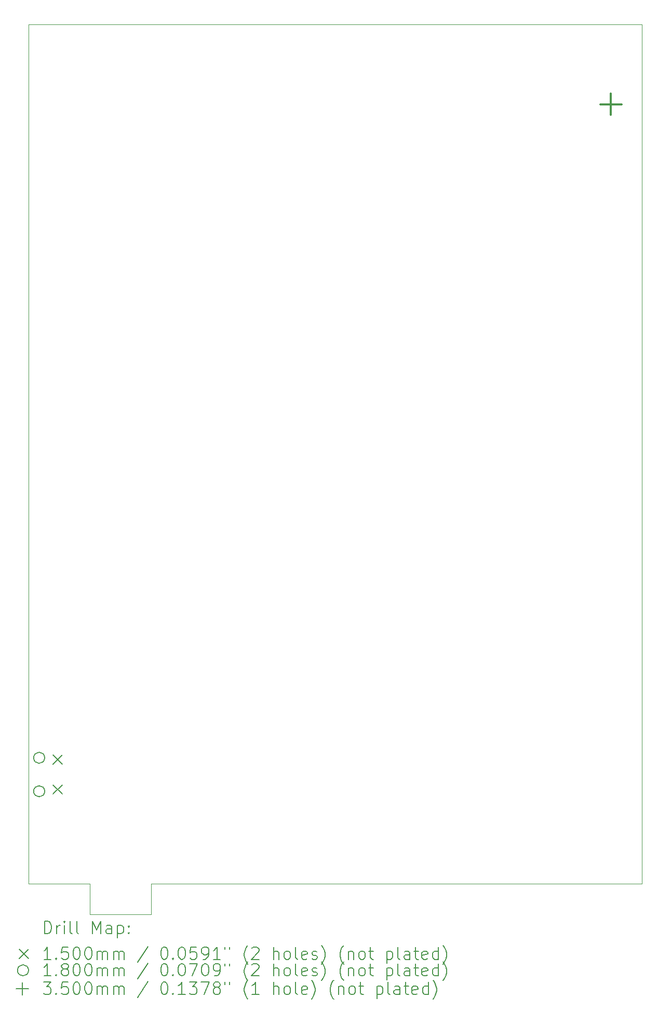
<source format=gbr>
%TF.GenerationSoftware,KiCad,Pcbnew,8.0.4*%
%TF.CreationDate,2024-11-26T20:17:00-06:00*%
%TF.ProjectId,picoMBC,7069636f-4d42-4432-9e6b-696361645f70,rev?*%
%TF.SameCoordinates,Original*%
%TF.FileFunction,Drillmap*%
%TF.FilePolarity,Positive*%
%FSLAX45Y45*%
G04 Gerber Fmt 4.5, Leading zero omitted, Abs format (unit mm)*
G04 Created by KiCad (PCBNEW 8.0.4) date 2024-11-26 20:17:00*
%MOMM*%
%LPD*%
G01*
G04 APERTURE LIST*
%ADD10C,0.050000*%
%ADD11C,0.200000*%
%ADD12C,0.150000*%
%ADD13C,0.180000*%
%ADD14C,0.350000*%
G04 APERTURE END LIST*
D10*
X7240000Y-18280000D02*
X6240000Y-18280000D01*
X5240000Y-3780000D02*
X15240000Y-3780000D01*
X15240000Y-3780000D02*
X15240000Y-17780000D01*
X5240000Y-17780000D02*
X5240000Y-3780000D01*
X15240000Y-17780000D02*
X7240000Y-17780000D01*
X6240000Y-18280000D02*
X6240000Y-17780000D01*
X6240000Y-17780000D02*
X5240000Y-17780000D01*
X7240000Y-17780000D02*
X7240000Y-18280000D01*
D11*
D12*
X5638500Y-15684500D02*
X5788500Y-15834500D01*
X5788500Y-15684500D02*
X5638500Y-15834500D01*
X5638500Y-16169500D02*
X5788500Y-16319500D01*
X5788500Y-16169500D02*
X5638500Y-16319500D01*
D13*
X5500500Y-15729500D02*
G75*
G02*
X5320500Y-15729500I-90000J0D01*
G01*
X5320500Y-15729500D02*
G75*
G02*
X5500500Y-15729500I90000J0D01*
G01*
X5500500Y-16274500D02*
G75*
G02*
X5320500Y-16274500I-90000J0D01*
G01*
X5320500Y-16274500D02*
G75*
G02*
X5500500Y-16274500I90000J0D01*
G01*
D14*
X14732000Y-4905000D02*
X14732000Y-5255000D01*
X14557000Y-5080000D02*
X14907000Y-5080000D01*
D11*
X5498277Y-18593984D02*
X5498277Y-18393984D01*
X5498277Y-18393984D02*
X5545896Y-18393984D01*
X5545896Y-18393984D02*
X5574467Y-18403508D01*
X5574467Y-18403508D02*
X5593515Y-18422555D01*
X5593515Y-18422555D02*
X5603039Y-18441603D01*
X5603039Y-18441603D02*
X5612562Y-18479698D01*
X5612562Y-18479698D02*
X5612562Y-18508270D01*
X5612562Y-18508270D02*
X5603039Y-18546365D01*
X5603039Y-18546365D02*
X5593515Y-18565412D01*
X5593515Y-18565412D02*
X5574467Y-18584460D01*
X5574467Y-18584460D02*
X5545896Y-18593984D01*
X5545896Y-18593984D02*
X5498277Y-18593984D01*
X5698277Y-18593984D02*
X5698277Y-18460650D01*
X5698277Y-18498746D02*
X5707801Y-18479698D01*
X5707801Y-18479698D02*
X5717324Y-18470174D01*
X5717324Y-18470174D02*
X5736372Y-18460650D01*
X5736372Y-18460650D02*
X5755420Y-18460650D01*
X5822086Y-18593984D02*
X5822086Y-18460650D01*
X5822086Y-18393984D02*
X5812562Y-18403508D01*
X5812562Y-18403508D02*
X5822086Y-18413031D01*
X5822086Y-18413031D02*
X5831610Y-18403508D01*
X5831610Y-18403508D02*
X5822086Y-18393984D01*
X5822086Y-18393984D02*
X5822086Y-18413031D01*
X5945896Y-18593984D02*
X5926848Y-18584460D01*
X5926848Y-18584460D02*
X5917324Y-18565412D01*
X5917324Y-18565412D02*
X5917324Y-18393984D01*
X6050658Y-18593984D02*
X6031610Y-18584460D01*
X6031610Y-18584460D02*
X6022086Y-18565412D01*
X6022086Y-18565412D02*
X6022086Y-18393984D01*
X6279229Y-18593984D02*
X6279229Y-18393984D01*
X6279229Y-18393984D02*
X6345896Y-18536841D01*
X6345896Y-18536841D02*
X6412562Y-18393984D01*
X6412562Y-18393984D02*
X6412562Y-18593984D01*
X6593515Y-18593984D02*
X6593515Y-18489222D01*
X6593515Y-18489222D02*
X6583991Y-18470174D01*
X6583991Y-18470174D02*
X6564943Y-18460650D01*
X6564943Y-18460650D02*
X6526848Y-18460650D01*
X6526848Y-18460650D02*
X6507801Y-18470174D01*
X6593515Y-18584460D02*
X6574467Y-18593984D01*
X6574467Y-18593984D02*
X6526848Y-18593984D01*
X6526848Y-18593984D02*
X6507801Y-18584460D01*
X6507801Y-18584460D02*
X6498277Y-18565412D01*
X6498277Y-18565412D02*
X6498277Y-18546365D01*
X6498277Y-18546365D02*
X6507801Y-18527317D01*
X6507801Y-18527317D02*
X6526848Y-18517793D01*
X6526848Y-18517793D02*
X6574467Y-18517793D01*
X6574467Y-18517793D02*
X6593515Y-18508270D01*
X6688753Y-18460650D02*
X6688753Y-18660650D01*
X6688753Y-18470174D02*
X6707801Y-18460650D01*
X6707801Y-18460650D02*
X6745896Y-18460650D01*
X6745896Y-18460650D02*
X6764943Y-18470174D01*
X6764943Y-18470174D02*
X6774467Y-18479698D01*
X6774467Y-18479698D02*
X6783991Y-18498746D01*
X6783991Y-18498746D02*
X6783991Y-18555889D01*
X6783991Y-18555889D02*
X6774467Y-18574936D01*
X6774467Y-18574936D02*
X6764943Y-18584460D01*
X6764943Y-18584460D02*
X6745896Y-18593984D01*
X6745896Y-18593984D02*
X6707801Y-18593984D01*
X6707801Y-18593984D02*
X6688753Y-18584460D01*
X6869705Y-18574936D02*
X6879229Y-18584460D01*
X6879229Y-18584460D02*
X6869705Y-18593984D01*
X6869705Y-18593984D02*
X6860182Y-18584460D01*
X6860182Y-18584460D02*
X6869705Y-18574936D01*
X6869705Y-18574936D02*
X6869705Y-18593984D01*
X6869705Y-18470174D02*
X6879229Y-18479698D01*
X6879229Y-18479698D02*
X6869705Y-18489222D01*
X6869705Y-18489222D02*
X6860182Y-18479698D01*
X6860182Y-18479698D02*
X6869705Y-18470174D01*
X6869705Y-18470174D02*
X6869705Y-18489222D01*
D12*
X5087500Y-18847500D02*
X5237500Y-18997500D01*
X5237500Y-18847500D02*
X5087500Y-18997500D01*
D11*
X5603039Y-19013984D02*
X5488753Y-19013984D01*
X5545896Y-19013984D02*
X5545896Y-18813984D01*
X5545896Y-18813984D02*
X5526848Y-18842555D01*
X5526848Y-18842555D02*
X5507801Y-18861603D01*
X5507801Y-18861603D02*
X5488753Y-18871127D01*
X5688753Y-18994936D02*
X5698277Y-19004460D01*
X5698277Y-19004460D02*
X5688753Y-19013984D01*
X5688753Y-19013984D02*
X5679229Y-19004460D01*
X5679229Y-19004460D02*
X5688753Y-18994936D01*
X5688753Y-18994936D02*
X5688753Y-19013984D01*
X5879229Y-18813984D02*
X5783991Y-18813984D01*
X5783991Y-18813984D02*
X5774467Y-18909222D01*
X5774467Y-18909222D02*
X5783991Y-18899698D01*
X5783991Y-18899698D02*
X5803039Y-18890174D01*
X5803039Y-18890174D02*
X5850658Y-18890174D01*
X5850658Y-18890174D02*
X5869705Y-18899698D01*
X5869705Y-18899698D02*
X5879229Y-18909222D01*
X5879229Y-18909222D02*
X5888753Y-18928270D01*
X5888753Y-18928270D02*
X5888753Y-18975889D01*
X5888753Y-18975889D02*
X5879229Y-18994936D01*
X5879229Y-18994936D02*
X5869705Y-19004460D01*
X5869705Y-19004460D02*
X5850658Y-19013984D01*
X5850658Y-19013984D02*
X5803039Y-19013984D01*
X5803039Y-19013984D02*
X5783991Y-19004460D01*
X5783991Y-19004460D02*
X5774467Y-18994936D01*
X6012562Y-18813984D02*
X6031610Y-18813984D01*
X6031610Y-18813984D02*
X6050658Y-18823508D01*
X6050658Y-18823508D02*
X6060182Y-18833031D01*
X6060182Y-18833031D02*
X6069705Y-18852079D01*
X6069705Y-18852079D02*
X6079229Y-18890174D01*
X6079229Y-18890174D02*
X6079229Y-18937793D01*
X6079229Y-18937793D02*
X6069705Y-18975889D01*
X6069705Y-18975889D02*
X6060182Y-18994936D01*
X6060182Y-18994936D02*
X6050658Y-19004460D01*
X6050658Y-19004460D02*
X6031610Y-19013984D01*
X6031610Y-19013984D02*
X6012562Y-19013984D01*
X6012562Y-19013984D02*
X5993515Y-19004460D01*
X5993515Y-19004460D02*
X5983991Y-18994936D01*
X5983991Y-18994936D02*
X5974467Y-18975889D01*
X5974467Y-18975889D02*
X5964943Y-18937793D01*
X5964943Y-18937793D02*
X5964943Y-18890174D01*
X5964943Y-18890174D02*
X5974467Y-18852079D01*
X5974467Y-18852079D02*
X5983991Y-18833031D01*
X5983991Y-18833031D02*
X5993515Y-18823508D01*
X5993515Y-18823508D02*
X6012562Y-18813984D01*
X6203039Y-18813984D02*
X6222086Y-18813984D01*
X6222086Y-18813984D02*
X6241134Y-18823508D01*
X6241134Y-18823508D02*
X6250658Y-18833031D01*
X6250658Y-18833031D02*
X6260182Y-18852079D01*
X6260182Y-18852079D02*
X6269705Y-18890174D01*
X6269705Y-18890174D02*
X6269705Y-18937793D01*
X6269705Y-18937793D02*
X6260182Y-18975889D01*
X6260182Y-18975889D02*
X6250658Y-18994936D01*
X6250658Y-18994936D02*
X6241134Y-19004460D01*
X6241134Y-19004460D02*
X6222086Y-19013984D01*
X6222086Y-19013984D02*
X6203039Y-19013984D01*
X6203039Y-19013984D02*
X6183991Y-19004460D01*
X6183991Y-19004460D02*
X6174467Y-18994936D01*
X6174467Y-18994936D02*
X6164943Y-18975889D01*
X6164943Y-18975889D02*
X6155420Y-18937793D01*
X6155420Y-18937793D02*
X6155420Y-18890174D01*
X6155420Y-18890174D02*
X6164943Y-18852079D01*
X6164943Y-18852079D02*
X6174467Y-18833031D01*
X6174467Y-18833031D02*
X6183991Y-18823508D01*
X6183991Y-18823508D02*
X6203039Y-18813984D01*
X6355420Y-19013984D02*
X6355420Y-18880650D01*
X6355420Y-18899698D02*
X6364943Y-18890174D01*
X6364943Y-18890174D02*
X6383991Y-18880650D01*
X6383991Y-18880650D02*
X6412563Y-18880650D01*
X6412563Y-18880650D02*
X6431610Y-18890174D01*
X6431610Y-18890174D02*
X6441134Y-18909222D01*
X6441134Y-18909222D02*
X6441134Y-19013984D01*
X6441134Y-18909222D02*
X6450658Y-18890174D01*
X6450658Y-18890174D02*
X6469705Y-18880650D01*
X6469705Y-18880650D02*
X6498277Y-18880650D01*
X6498277Y-18880650D02*
X6517324Y-18890174D01*
X6517324Y-18890174D02*
X6526848Y-18909222D01*
X6526848Y-18909222D02*
X6526848Y-19013984D01*
X6622086Y-19013984D02*
X6622086Y-18880650D01*
X6622086Y-18899698D02*
X6631610Y-18890174D01*
X6631610Y-18890174D02*
X6650658Y-18880650D01*
X6650658Y-18880650D02*
X6679229Y-18880650D01*
X6679229Y-18880650D02*
X6698277Y-18890174D01*
X6698277Y-18890174D02*
X6707801Y-18909222D01*
X6707801Y-18909222D02*
X6707801Y-19013984D01*
X6707801Y-18909222D02*
X6717324Y-18890174D01*
X6717324Y-18890174D02*
X6736372Y-18880650D01*
X6736372Y-18880650D02*
X6764943Y-18880650D01*
X6764943Y-18880650D02*
X6783991Y-18890174D01*
X6783991Y-18890174D02*
X6793515Y-18909222D01*
X6793515Y-18909222D02*
X6793515Y-19013984D01*
X7183991Y-18804460D02*
X7012563Y-19061603D01*
X7441134Y-18813984D02*
X7460182Y-18813984D01*
X7460182Y-18813984D02*
X7479229Y-18823508D01*
X7479229Y-18823508D02*
X7488753Y-18833031D01*
X7488753Y-18833031D02*
X7498277Y-18852079D01*
X7498277Y-18852079D02*
X7507801Y-18890174D01*
X7507801Y-18890174D02*
X7507801Y-18937793D01*
X7507801Y-18937793D02*
X7498277Y-18975889D01*
X7498277Y-18975889D02*
X7488753Y-18994936D01*
X7488753Y-18994936D02*
X7479229Y-19004460D01*
X7479229Y-19004460D02*
X7460182Y-19013984D01*
X7460182Y-19013984D02*
X7441134Y-19013984D01*
X7441134Y-19013984D02*
X7422086Y-19004460D01*
X7422086Y-19004460D02*
X7412563Y-18994936D01*
X7412563Y-18994936D02*
X7403039Y-18975889D01*
X7403039Y-18975889D02*
X7393515Y-18937793D01*
X7393515Y-18937793D02*
X7393515Y-18890174D01*
X7393515Y-18890174D02*
X7403039Y-18852079D01*
X7403039Y-18852079D02*
X7412563Y-18833031D01*
X7412563Y-18833031D02*
X7422086Y-18823508D01*
X7422086Y-18823508D02*
X7441134Y-18813984D01*
X7593515Y-18994936D02*
X7603039Y-19004460D01*
X7603039Y-19004460D02*
X7593515Y-19013984D01*
X7593515Y-19013984D02*
X7583991Y-19004460D01*
X7583991Y-19004460D02*
X7593515Y-18994936D01*
X7593515Y-18994936D02*
X7593515Y-19013984D01*
X7726848Y-18813984D02*
X7745896Y-18813984D01*
X7745896Y-18813984D02*
X7764944Y-18823508D01*
X7764944Y-18823508D02*
X7774467Y-18833031D01*
X7774467Y-18833031D02*
X7783991Y-18852079D01*
X7783991Y-18852079D02*
X7793515Y-18890174D01*
X7793515Y-18890174D02*
X7793515Y-18937793D01*
X7793515Y-18937793D02*
X7783991Y-18975889D01*
X7783991Y-18975889D02*
X7774467Y-18994936D01*
X7774467Y-18994936D02*
X7764944Y-19004460D01*
X7764944Y-19004460D02*
X7745896Y-19013984D01*
X7745896Y-19013984D02*
X7726848Y-19013984D01*
X7726848Y-19013984D02*
X7707801Y-19004460D01*
X7707801Y-19004460D02*
X7698277Y-18994936D01*
X7698277Y-18994936D02*
X7688753Y-18975889D01*
X7688753Y-18975889D02*
X7679229Y-18937793D01*
X7679229Y-18937793D02*
X7679229Y-18890174D01*
X7679229Y-18890174D02*
X7688753Y-18852079D01*
X7688753Y-18852079D02*
X7698277Y-18833031D01*
X7698277Y-18833031D02*
X7707801Y-18823508D01*
X7707801Y-18823508D02*
X7726848Y-18813984D01*
X7974467Y-18813984D02*
X7879229Y-18813984D01*
X7879229Y-18813984D02*
X7869706Y-18909222D01*
X7869706Y-18909222D02*
X7879229Y-18899698D01*
X7879229Y-18899698D02*
X7898277Y-18890174D01*
X7898277Y-18890174D02*
X7945896Y-18890174D01*
X7945896Y-18890174D02*
X7964944Y-18899698D01*
X7964944Y-18899698D02*
X7974467Y-18909222D01*
X7974467Y-18909222D02*
X7983991Y-18928270D01*
X7983991Y-18928270D02*
X7983991Y-18975889D01*
X7983991Y-18975889D02*
X7974467Y-18994936D01*
X7974467Y-18994936D02*
X7964944Y-19004460D01*
X7964944Y-19004460D02*
X7945896Y-19013984D01*
X7945896Y-19013984D02*
X7898277Y-19013984D01*
X7898277Y-19013984D02*
X7879229Y-19004460D01*
X7879229Y-19004460D02*
X7869706Y-18994936D01*
X8079229Y-19013984D02*
X8117325Y-19013984D01*
X8117325Y-19013984D02*
X8136372Y-19004460D01*
X8136372Y-19004460D02*
X8145896Y-18994936D01*
X8145896Y-18994936D02*
X8164944Y-18966365D01*
X8164944Y-18966365D02*
X8174467Y-18928270D01*
X8174467Y-18928270D02*
X8174467Y-18852079D01*
X8174467Y-18852079D02*
X8164944Y-18833031D01*
X8164944Y-18833031D02*
X8155420Y-18823508D01*
X8155420Y-18823508D02*
X8136372Y-18813984D01*
X8136372Y-18813984D02*
X8098277Y-18813984D01*
X8098277Y-18813984D02*
X8079229Y-18823508D01*
X8079229Y-18823508D02*
X8069706Y-18833031D01*
X8069706Y-18833031D02*
X8060182Y-18852079D01*
X8060182Y-18852079D02*
X8060182Y-18899698D01*
X8060182Y-18899698D02*
X8069706Y-18918746D01*
X8069706Y-18918746D02*
X8079229Y-18928270D01*
X8079229Y-18928270D02*
X8098277Y-18937793D01*
X8098277Y-18937793D02*
X8136372Y-18937793D01*
X8136372Y-18937793D02*
X8155420Y-18928270D01*
X8155420Y-18928270D02*
X8164944Y-18918746D01*
X8164944Y-18918746D02*
X8174467Y-18899698D01*
X8364944Y-19013984D02*
X8250658Y-19013984D01*
X8307801Y-19013984D02*
X8307801Y-18813984D01*
X8307801Y-18813984D02*
X8288753Y-18842555D01*
X8288753Y-18842555D02*
X8269706Y-18861603D01*
X8269706Y-18861603D02*
X8250658Y-18871127D01*
X8441134Y-18813984D02*
X8441134Y-18852079D01*
X8517325Y-18813984D02*
X8517325Y-18852079D01*
X8812563Y-19090174D02*
X8803039Y-19080650D01*
X8803039Y-19080650D02*
X8783991Y-19052079D01*
X8783991Y-19052079D02*
X8774468Y-19033031D01*
X8774468Y-19033031D02*
X8764944Y-19004460D01*
X8764944Y-19004460D02*
X8755420Y-18956841D01*
X8755420Y-18956841D02*
X8755420Y-18918746D01*
X8755420Y-18918746D02*
X8764944Y-18871127D01*
X8764944Y-18871127D02*
X8774468Y-18842555D01*
X8774468Y-18842555D02*
X8783991Y-18823508D01*
X8783991Y-18823508D02*
X8803039Y-18794936D01*
X8803039Y-18794936D02*
X8812563Y-18785412D01*
X8879230Y-18833031D02*
X8888753Y-18823508D01*
X8888753Y-18823508D02*
X8907801Y-18813984D01*
X8907801Y-18813984D02*
X8955420Y-18813984D01*
X8955420Y-18813984D02*
X8974468Y-18823508D01*
X8974468Y-18823508D02*
X8983991Y-18833031D01*
X8983991Y-18833031D02*
X8993515Y-18852079D01*
X8993515Y-18852079D02*
X8993515Y-18871127D01*
X8993515Y-18871127D02*
X8983991Y-18899698D01*
X8983991Y-18899698D02*
X8869706Y-19013984D01*
X8869706Y-19013984D02*
X8993515Y-19013984D01*
X9231611Y-19013984D02*
X9231611Y-18813984D01*
X9317325Y-19013984D02*
X9317325Y-18909222D01*
X9317325Y-18909222D02*
X9307801Y-18890174D01*
X9307801Y-18890174D02*
X9288753Y-18880650D01*
X9288753Y-18880650D02*
X9260182Y-18880650D01*
X9260182Y-18880650D02*
X9241134Y-18890174D01*
X9241134Y-18890174D02*
X9231611Y-18899698D01*
X9441134Y-19013984D02*
X9422087Y-19004460D01*
X9422087Y-19004460D02*
X9412563Y-18994936D01*
X9412563Y-18994936D02*
X9403039Y-18975889D01*
X9403039Y-18975889D02*
X9403039Y-18918746D01*
X9403039Y-18918746D02*
X9412563Y-18899698D01*
X9412563Y-18899698D02*
X9422087Y-18890174D01*
X9422087Y-18890174D02*
X9441134Y-18880650D01*
X9441134Y-18880650D02*
X9469706Y-18880650D01*
X9469706Y-18880650D02*
X9488753Y-18890174D01*
X9488753Y-18890174D02*
X9498277Y-18899698D01*
X9498277Y-18899698D02*
X9507801Y-18918746D01*
X9507801Y-18918746D02*
X9507801Y-18975889D01*
X9507801Y-18975889D02*
X9498277Y-18994936D01*
X9498277Y-18994936D02*
X9488753Y-19004460D01*
X9488753Y-19004460D02*
X9469706Y-19013984D01*
X9469706Y-19013984D02*
X9441134Y-19013984D01*
X9622087Y-19013984D02*
X9603039Y-19004460D01*
X9603039Y-19004460D02*
X9593515Y-18985412D01*
X9593515Y-18985412D02*
X9593515Y-18813984D01*
X9774468Y-19004460D02*
X9755420Y-19013984D01*
X9755420Y-19013984D02*
X9717325Y-19013984D01*
X9717325Y-19013984D02*
X9698277Y-19004460D01*
X9698277Y-19004460D02*
X9688753Y-18985412D01*
X9688753Y-18985412D02*
X9688753Y-18909222D01*
X9688753Y-18909222D02*
X9698277Y-18890174D01*
X9698277Y-18890174D02*
X9717325Y-18880650D01*
X9717325Y-18880650D02*
X9755420Y-18880650D01*
X9755420Y-18880650D02*
X9774468Y-18890174D01*
X9774468Y-18890174D02*
X9783992Y-18909222D01*
X9783992Y-18909222D02*
X9783992Y-18928270D01*
X9783992Y-18928270D02*
X9688753Y-18947317D01*
X9860182Y-19004460D02*
X9879230Y-19013984D01*
X9879230Y-19013984D02*
X9917325Y-19013984D01*
X9917325Y-19013984D02*
X9936373Y-19004460D01*
X9936373Y-19004460D02*
X9945896Y-18985412D01*
X9945896Y-18985412D02*
X9945896Y-18975889D01*
X9945896Y-18975889D02*
X9936373Y-18956841D01*
X9936373Y-18956841D02*
X9917325Y-18947317D01*
X9917325Y-18947317D02*
X9888753Y-18947317D01*
X9888753Y-18947317D02*
X9869706Y-18937793D01*
X9869706Y-18937793D02*
X9860182Y-18918746D01*
X9860182Y-18918746D02*
X9860182Y-18909222D01*
X9860182Y-18909222D02*
X9869706Y-18890174D01*
X9869706Y-18890174D02*
X9888753Y-18880650D01*
X9888753Y-18880650D02*
X9917325Y-18880650D01*
X9917325Y-18880650D02*
X9936373Y-18890174D01*
X10012563Y-19090174D02*
X10022087Y-19080650D01*
X10022087Y-19080650D02*
X10041134Y-19052079D01*
X10041134Y-19052079D02*
X10050658Y-19033031D01*
X10050658Y-19033031D02*
X10060182Y-19004460D01*
X10060182Y-19004460D02*
X10069706Y-18956841D01*
X10069706Y-18956841D02*
X10069706Y-18918746D01*
X10069706Y-18918746D02*
X10060182Y-18871127D01*
X10060182Y-18871127D02*
X10050658Y-18842555D01*
X10050658Y-18842555D02*
X10041134Y-18823508D01*
X10041134Y-18823508D02*
X10022087Y-18794936D01*
X10022087Y-18794936D02*
X10012563Y-18785412D01*
X10374468Y-19090174D02*
X10364944Y-19080650D01*
X10364944Y-19080650D02*
X10345896Y-19052079D01*
X10345896Y-19052079D02*
X10336373Y-19033031D01*
X10336373Y-19033031D02*
X10326849Y-19004460D01*
X10326849Y-19004460D02*
X10317325Y-18956841D01*
X10317325Y-18956841D02*
X10317325Y-18918746D01*
X10317325Y-18918746D02*
X10326849Y-18871127D01*
X10326849Y-18871127D02*
X10336373Y-18842555D01*
X10336373Y-18842555D02*
X10345896Y-18823508D01*
X10345896Y-18823508D02*
X10364944Y-18794936D01*
X10364944Y-18794936D02*
X10374468Y-18785412D01*
X10450658Y-18880650D02*
X10450658Y-19013984D01*
X10450658Y-18899698D02*
X10460182Y-18890174D01*
X10460182Y-18890174D02*
X10479230Y-18880650D01*
X10479230Y-18880650D02*
X10507801Y-18880650D01*
X10507801Y-18880650D02*
X10526849Y-18890174D01*
X10526849Y-18890174D02*
X10536373Y-18909222D01*
X10536373Y-18909222D02*
X10536373Y-19013984D01*
X10660182Y-19013984D02*
X10641134Y-19004460D01*
X10641134Y-19004460D02*
X10631611Y-18994936D01*
X10631611Y-18994936D02*
X10622087Y-18975889D01*
X10622087Y-18975889D02*
X10622087Y-18918746D01*
X10622087Y-18918746D02*
X10631611Y-18899698D01*
X10631611Y-18899698D02*
X10641134Y-18890174D01*
X10641134Y-18890174D02*
X10660182Y-18880650D01*
X10660182Y-18880650D02*
X10688754Y-18880650D01*
X10688754Y-18880650D02*
X10707801Y-18890174D01*
X10707801Y-18890174D02*
X10717325Y-18899698D01*
X10717325Y-18899698D02*
X10726849Y-18918746D01*
X10726849Y-18918746D02*
X10726849Y-18975889D01*
X10726849Y-18975889D02*
X10717325Y-18994936D01*
X10717325Y-18994936D02*
X10707801Y-19004460D01*
X10707801Y-19004460D02*
X10688754Y-19013984D01*
X10688754Y-19013984D02*
X10660182Y-19013984D01*
X10783992Y-18880650D02*
X10860182Y-18880650D01*
X10812563Y-18813984D02*
X10812563Y-18985412D01*
X10812563Y-18985412D02*
X10822087Y-19004460D01*
X10822087Y-19004460D02*
X10841134Y-19013984D01*
X10841134Y-19013984D02*
X10860182Y-19013984D01*
X11079230Y-18880650D02*
X11079230Y-19080650D01*
X11079230Y-18890174D02*
X11098277Y-18880650D01*
X11098277Y-18880650D02*
X11136373Y-18880650D01*
X11136373Y-18880650D02*
X11155420Y-18890174D01*
X11155420Y-18890174D02*
X11164944Y-18899698D01*
X11164944Y-18899698D02*
X11174468Y-18918746D01*
X11174468Y-18918746D02*
X11174468Y-18975889D01*
X11174468Y-18975889D02*
X11164944Y-18994936D01*
X11164944Y-18994936D02*
X11155420Y-19004460D01*
X11155420Y-19004460D02*
X11136373Y-19013984D01*
X11136373Y-19013984D02*
X11098277Y-19013984D01*
X11098277Y-19013984D02*
X11079230Y-19004460D01*
X11288753Y-19013984D02*
X11269706Y-19004460D01*
X11269706Y-19004460D02*
X11260182Y-18985412D01*
X11260182Y-18985412D02*
X11260182Y-18813984D01*
X11450658Y-19013984D02*
X11450658Y-18909222D01*
X11450658Y-18909222D02*
X11441134Y-18890174D01*
X11441134Y-18890174D02*
X11422087Y-18880650D01*
X11422087Y-18880650D02*
X11383992Y-18880650D01*
X11383992Y-18880650D02*
X11364944Y-18890174D01*
X11450658Y-19004460D02*
X11431611Y-19013984D01*
X11431611Y-19013984D02*
X11383992Y-19013984D01*
X11383992Y-19013984D02*
X11364944Y-19004460D01*
X11364944Y-19004460D02*
X11355420Y-18985412D01*
X11355420Y-18985412D02*
X11355420Y-18966365D01*
X11355420Y-18966365D02*
X11364944Y-18947317D01*
X11364944Y-18947317D02*
X11383992Y-18937793D01*
X11383992Y-18937793D02*
X11431611Y-18937793D01*
X11431611Y-18937793D02*
X11450658Y-18928270D01*
X11517325Y-18880650D02*
X11593515Y-18880650D01*
X11545896Y-18813984D02*
X11545896Y-18985412D01*
X11545896Y-18985412D02*
X11555420Y-19004460D01*
X11555420Y-19004460D02*
X11574468Y-19013984D01*
X11574468Y-19013984D02*
X11593515Y-19013984D01*
X11736373Y-19004460D02*
X11717325Y-19013984D01*
X11717325Y-19013984D02*
X11679230Y-19013984D01*
X11679230Y-19013984D02*
X11660182Y-19004460D01*
X11660182Y-19004460D02*
X11650658Y-18985412D01*
X11650658Y-18985412D02*
X11650658Y-18909222D01*
X11650658Y-18909222D02*
X11660182Y-18890174D01*
X11660182Y-18890174D02*
X11679230Y-18880650D01*
X11679230Y-18880650D02*
X11717325Y-18880650D01*
X11717325Y-18880650D02*
X11736373Y-18890174D01*
X11736373Y-18890174D02*
X11745896Y-18909222D01*
X11745896Y-18909222D02*
X11745896Y-18928270D01*
X11745896Y-18928270D02*
X11650658Y-18947317D01*
X11917325Y-19013984D02*
X11917325Y-18813984D01*
X11917325Y-19004460D02*
X11898277Y-19013984D01*
X11898277Y-19013984D02*
X11860182Y-19013984D01*
X11860182Y-19013984D02*
X11841134Y-19004460D01*
X11841134Y-19004460D02*
X11831611Y-18994936D01*
X11831611Y-18994936D02*
X11822087Y-18975889D01*
X11822087Y-18975889D02*
X11822087Y-18918746D01*
X11822087Y-18918746D02*
X11831611Y-18899698D01*
X11831611Y-18899698D02*
X11841134Y-18890174D01*
X11841134Y-18890174D02*
X11860182Y-18880650D01*
X11860182Y-18880650D02*
X11898277Y-18880650D01*
X11898277Y-18880650D02*
X11917325Y-18890174D01*
X11993515Y-19090174D02*
X12003039Y-19080650D01*
X12003039Y-19080650D02*
X12022087Y-19052079D01*
X12022087Y-19052079D02*
X12031611Y-19033031D01*
X12031611Y-19033031D02*
X12041134Y-19004460D01*
X12041134Y-19004460D02*
X12050658Y-18956841D01*
X12050658Y-18956841D02*
X12050658Y-18918746D01*
X12050658Y-18918746D02*
X12041134Y-18871127D01*
X12041134Y-18871127D02*
X12031611Y-18842555D01*
X12031611Y-18842555D02*
X12022087Y-18823508D01*
X12022087Y-18823508D02*
X12003039Y-18794936D01*
X12003039Y-18794936D02*
X11993515Y-18785412D01*
D13*
X5237500Y-19192500D02*
G75*
G02*
X5057500Y-19192500I-90000J0D01*
G01*
X5057500Y-19192500D02*
G75*
G02*
X5237500Y-19192500I90000J0D01*
G01*
D11*
X5603039Y-19283984D02*
X5488753Y-19283984D01*
X5545896Y-19283984D02*
X5545896Y-19083984D01*
X5545896Y-19083984D02*
X5526848Y-19112555D01*
X5526848Y-19112555D02*
X5507801Y-19131603D01*
X5507801Y-19131603D02*
X5488753Y-19141127D01*
X5688753Y-19264936D02*
X5698277Y-19274460D01*
X5698277Y-19274460D02*
X5688753Y-19283984D01*
X5688753Y-19283984D02*
X5679229Y-19274460D01*
X5679229Y-19274460D02*
X5688753Y-19264936D01*
X5688753Y-19264936D02*
X5688753Y-19283984D01*
X5812562Y-19169698D02*
X5793515Y-19160174D01*
X5793515Y-19160174D02*
X5783991Y-19150650D01*
X5783991Y-19150650D02*
X5774467Y-19131603D01*
X5774467Y-19131603D02*
X5774467Y-19122079D01*
X5774467Y-19122079D02*
X5783991Y-19103031D01*
X5783991Y-19103031D02*
X5793515Y-19093508D01*
X5793515Y-19093508D02*
X5812562Y-19083984D01*
X5812562Y-19083984D02*
X5850658Y-19083984D01*
X5850658Y-19083984D02*
X5869705Y-19093508D01*
X5869705Y-19093508D02*
X5879229Y-19103031D01*
X5879229Y-19103031D02*
X5888753Y-19122079D01*
X5888753Y-19122079D02*
X5888753Y-19131603D01*
X5888753Y-19131603D02*
X5879229Y-19150650D01*
X5879229Y-19150650D02*
X5869705Y-19160174D01*
X5869705Y-19160174D02*
X5850658Y-19169698D01*
X5850658Y-19169698D02*
X5812562Y-19169698D01*
X5812562Y-19169698D02*
X5793515Y-19179222D01*
X5793515Y-19179222D02*
X5783991Y-19188746D01*
X5783991Y-19188746D02*
X5774467Y-19207793D01*
X5774467Y-19207793D02*
X5774467Y-19245889D01*
X5774467Y-19245889D02*
X5783991Y-19264936D01*
X5783991Y-19264936D02*
X5793515Y-19274460D01*
X5793515Y-19274460D02*
X5812562Y-19283984D01*
X5812562Y-19283984D02*
X5850658Y-19283984D01*
X5850658Y-19283984D02*
X5869705Y-19274460D01*
X5869705Y-19274460D02*
X5879229Y-19264936D01*
X5879229Y-19264936D02*
X5888753Y-19245889D01*
X5888753Y-19245889D02*
X5888753Y-19207793D01*
X5888753Y-19207793D02*
X5879229Y-19188746D01*
X5879229Y-19188746D02*
X5869705Y-19179222D01*
X5869705Y-19179222D02*
X5850658Y-19169698D01*
X6012562Y-19083984D02*
X6031610Y-19083984D01*
X6031610Y-19083984D02*
X6050658Y-19093508D01*
X6050658Y-19093508D02*
X6060182Y-19103031D01*
X6060182Y-19103031D02*
X6069705Y-19122079D01*
X6069705Y-19122079D02*
X6079229Y-19160174D01*
X6079229Y-19160174D02*
X6079229Y-19207793D01*
X6079229Y-19207793D02*
X6069705Y-19245889D01*
X6069705Y-19245889D02*
X6060182Y-19264936D01*
X6060182Y-19264936D02*
X6050658Y-19274460D01*
X6050658Y-19274460D02*
X6031610Y-19283984D01*
X6031610Y-19283984D02*
X6012562Y-19283984D01*
X6012562Y-19283984D02*
X5993515Y-19274460D01*
X5993515Y-19274460D02*
X5983991Y-19264936D01*
X5983991Y-19264936D02*
X5974467Y-19245889D01*
X5974467Y-19245889D02*
X5964943Y-19207793D01*
X5964943Y-19207793D02*
X5964943Y-19160174D01*
X5964943Y-19160174D02*
X5974467Y-19122079D01*
X5974467Y-19122079D02*
X5983991Y-19103031D01*
X5983991Y-19103031D02*
X5993515Y-19093508D01*
X5993515Y-19093508D02*
X6012562Y-19083984D01*
X6203039Y-19083984D02*
X6222086Y-19083984D01*
X6222086Y-19083984D02*
X6241134Y-19093508D01*
X6241134Y-19093508D02*
X6250658Y-19103031D01*
X6250658Y-19103031D02*
X6260182Y-19122079D01*
X6260182Y-19122079D02*
X6269705Y-19160174D01*
X6269705Y-19160174D02*
X6269705Y-19207793D01*
X6269705Y-19207793D02*
X6260182Y-19245889D01*
X6260182Y-19245889D02*
X6250658Y-19264936D01*
X6250658Y-19264936D02*
X6241134Y-19274460D01*
X6241134Y-19274460D02*
X6222086Y-19283984D01*
X6222086Y-19283984D02*
X6203039Y-19283984D01*
X6203039Y-19283984D02*
X6183991Y-19274460D01*
X6183991Y-19274460D02*
X6174467Y-19264936D01*
X6174467Y-19264936D02*
X6164943Y-19245889D01*
X6164943Y-19245889D02*
X6155420Y-19207793D01*
X6155420Y-19207793D02*
X6155420Y-19160174D01*
X6155420Y-19160174D02*
X6164943Y-19122079D01*
X6164943Y-19122079D02*
X6174467Y-19103031D01*
X6174467Y-19103031D02*
X6183991Y-19093508D01*
X6183991Y-19093508D02*
X6203039Y-19083984D01*
X6355420Y-19283984D02*
X6355420Y-19150650D01*
X6355420Y-19169698D02*
X6364943Y-19160174D01*
X6364943Y-19160174D02*
X6383991Y-19150650D01*
X6383991Y-19150650D02*
X6412563Y-19150650D01*
X6412563Y-19150650D02*
X6431610Y-19160174D01*
X6431610Y-19160174D02*
X6441134Y-19179222D01*
X6441134Y-19179222D02*
X6441134Y-19283984D01*
X6441134Y-19179222D02*
X6450658Y-19160174D01*
X6450658Y-19160174D02*
X6469705Y-19150650D01*
X6469705Y-19150650D02*
X6498277Y-19150650D01*
X6498277Y-19150650D02*
X6517324Y-19160174D01*
X6517324Y-19160174D02*
X6526848Y-19179222D01*
X6526848Y-19179222D02*
X6526848Y-19283984D01*
X6622086Y-19283984D02*
X6622086Y-19150650D01*
X6622086Y-19169698D02*
X6631610Y-19160174D01*
X6631610Y-19160174D02*
X6650658Y-19150650D01*
X6650658Y-19150650D02*
X6679229Y-19150650D01*
X6679229Y-19150650D02*
X6698277Y-19160174D01*
X6698277Y-19160174D02*
X6707801Y-19179222D01*
X6707801Y-19179222D02*
X6707801Y-19283984D01*
X6707801Y-19179222D02*
X6717324Y-19160174D01*
X6717324Y-19160174D02*
X6736372Y-19150650D01*
X6736372Y-19150650D02*
X6764943Y-19150650D01*
X6764943Y-19150650D02*
X6783991Y-19160174D01*
X6783991Y-19160174D02*
X6793515Y-19179222D01*
X6793515Y-19179222D02*
X6793515Y-19283984D01*
X7183991Y-19074460D02*
X7012563Y-19331603D01*
X7441134Y-19083984D02*
X7460182Y-19083984D01*
X7460182Y-19083984D02*
X7479229Y-19093508D01*
X7479229Y-19093508D02*
X7488753Y-19103031D01*
X7488753Y-19103031D02*
X7498277Y-19122079D01*
X7498277Y-19122079D02*
X7507801Y-19160174D01*
X7507801Y-19160174D02*
X7507801Y-19207793D01*
X7507801Y-19207793D02*
X7498277Y-19245889D01*
X7498277Y-19245889D02*
X7488753Y-19264936D01*
X7488753Y-19264936D02*
X7479229Y-19274460D01*
X7479229Y-19274460D02*
X7460182Y-19283984D01*
X7460182Y-19283984D02*
X7441134Y-19283984D01*
X7441134Y-19283984D02*
X7422086Y-19274460D01*
X7422086Y-19274460D02*
X7412563Y-19264936D01*
X7412563Y-19264936D02*
X7403039Y-19245889D01*
X7403039Y-19245889D02*
X7393515Y-19207793D01*
X7393515Y-19207793D02*
X7393515Y-19160174D01*
X7393515Y-19160174D02*
X7403039Y-19122079D01*
X7403039Y-19122079D02*
X7412563Y-19103031D01*
X7412563Y-19103031D02*
X7422086Y-19093508D01*
X7422086Y-19093508D02*
X7441134Y-19083984D01*
X7593515Y-19264936D02*
X7603039Y-19274460D01*
X7603039Y-19274460D02*
X7593515Y-19283984D01*
X7593515Y-19283984D02*
X7583991Y-19274460D01*
X7583991Y-19274460D02*
X7593515Y-19264936D01*
X7593515Y-19264936D02*
X7593515Y-19283984D01*
X7726848Y-19083984D02*
X7745896Y-19083984D01*
X7745896Y-19083984D02*
X7764944Y-19093508D01*
X7764944Y-19093508D02*
X7774467Y-19103031D01*
X7774467Y-19103031D02*
X7783991Y-19122079D01*
X7783991Y-19122079D02*
X7793515Y-19160174D01*
X7793515Y-19160174D02*
X7793515Y-19207793D01*
X7793515Y-19207793D02*
X7783991Y-19245889D01*
X7783991Y-19245889D02*
X7774467Y-19264936D01*
X7774467Y-19264936D02*
X7764944Y-19274460D01*
X7764944Y-19274460D02*
X7745896Y-19283984D01*
X7745896Y-19283984D02*
X7726848Y-19283984D01*
X7726848Y-19283984D02*
X7707801Y-19274460D01*
X7707801Y-19274460D02*
X7698277Y-19264936D01*
X7698277Y-19264936D02*
X7688753Y-19245889D01*
X7688753Y-19245889D02*
X7679229Y-19207793D01*
X7679229Y-19207793D02*
X7679229Y-19160174D01*
X7679229Y-19160174D02*
X7688753Y-19122079D01*
X7688753Y-19122079D02*
X7698277Y-19103031D01*
X7698277Y-19103031D02*
X7707801Y-19093508D01*
X7707801Y-19093508D02*
X7726848Y-19083984D01*
X7860182Y-19083984D02*
X7993515Y-19083984D01*
X7993515Y-19083984D02*
X7907801Y-19283984D01*
X8107801Y-19083984D02*
X8126848Y-19083984D01*
X8126848Y-19083984D02*
X8145896Y-19093508D01*
X8145896Y-19093508D02*
X8155420Y-19103031D01*
X8155420Y-19103031D02*
X8164944Y-19122079D01*
X8164944Y-19122079D02*
X8174467Y-19160174D01*
X8174467Y-19160174D02*
X8174467Y-19207793D01*
X8174467Y-19207793D02*
X8164944Y-19245889D01*
X8164944Y-19245889D02*
X8155420Y-19264936D01*
X8155420Y-19264936D02*
X8145896Y-19274460D01*
X8145896Y-19274460D02*
X8126848Y-19283984D01*
X8126848Y-19283984D02*
X8107801Y-19283984D01*
X8107801Y-19283984D02*
X8088753Y-19274460D01*
X8088753Y-19274460D02*
X8079229Y-19264936D01*
X8079229Y-19264936D02*
X8069706Y-19245889D01*
X8069706Y-19245889D02*
X8060182Y-19207793D01*
X8060182Y-19207793D02*
X8060182Y-19160174D01*
X8060182Y-19160174D02*
X8069706Y-19122079D01*
X8069706Y-19122079D02*
X8079229Y-19103031D01*
X8079229Y-19103031D02*
X8088753Y-19093508D01*
X8088753Y-19093508D02*
X8107801Y-19083984D01*
X8269706Y-19283984D02*
X8307801Y-19283984D01*
X8307801Y-19283984D02*
X8326848Y-19274460D01*
X8326848Y-19274460D02*
X8336372Y-19264936D01*
X8336372Y-19264936D02*
X8355420Y-19236365D01*
X8355420Y-19236365D02*
X8364944Y-19198270D01*
X8364944Y-19198270D02*
X8364944Y-19122079D01*
X8364944Y-19122079D02*
X8355420Y-19103031D01*
X8355420Y-19103031D02*
X8345896Y-19093508D01*
X8345896Y-19093508D02*
X8326848Y-19083984D01*
X8326848Y-19083984D02*
X8288753Y-19083984D01*
X8288753Y-19083984D02*
X8269706Y-19093508D01*
X8269706Y-19093508D02*
X8260182Y-19103031D01*
X8260182Y-19103031D02*
X8250658Y-19122079D01*
X8250658Y-19122079D02*
X8250658Y-19169698D01*
X8250658Y-19169698D02*
X8260182Y-19188746D01*
X8260182Y-19188746D02*
X8269706Y-19198270D01*
X8269706Y-19198270D02*
X8288753Y-19207793D01*
X8288753Y-19207793D02*
X8326848Y-19207793D01*
X8326848Y-19207793D02*
X8345896Y-19198270D01*
X8345896Y-19198270D02*
X8355420Y-19188746D01*
X8355420Y-19188746D02*
X8364944Y-19169698D01*
X8441134Y-19083984D02*
X8441134Y-19122079D01*
X8517325Y-19083984D02*
X8517325Y-19122079D01*
X8812563Y-19360174D02*
X8803039Y-19350650D01*
X8803039Y-19350650D02*
X8783991Y-19322079D01*
X8783991Y-19322079D02*
X8774468Y-19303031D01*
X8774468Y-19303031D02*
X8764944Y-19274460D01*
X8764944Y-19274460D02*
X8755420Y-19226841D01*
X8755420Y-19226841D02*
X8755420Y-19188746D01*
X8755420Y-19188746D02*
X8764944Y-19141127D01*
X8764944Y-19141127D02*
X8774468Y-19112555D01*
X8774468Y-19112555D02*
X8783991Y-19093508D01*
X8783991Y-19093508D02*
X8803039Y-19064936D01*
X8803039Y-19064936D02*
X8812563Y-19055412D01*
X8879230Y-19103031D02*
X8888753Y-19093508D01*
X8888753Y-19093508D02*
X8907801Y-19083984D01*
X8907801Y-19083984D02*
X8955420Y-19083984D01*
X8955420Y-19083984D02*
X8974468Y-19093508D01*
X8974468Y-19093508D02*
X8983991Y-19103031D01*
X8983991Y-19103031D02*
X8993515Y-19122079D01*
X8993515Y-19122079D02*
X8993515Y-19141127D01*
X8993515Y-19141127D02*
X8983991Y-19169698D01*
X8983991Y-19169698D02*
X8869706Y-19283984D01*
X8869706Y-19283984D02*
X8993515Y-19283984D01*
X9231611Y-19283984D02*
X9231611Y-19083984D01*
X9317325Y-19283984D02*
X9317325Y-19179222D01*
X9317325Y-19179222D02*
X9307801Y-19160174D01*
X9307801Y-19160174D02*
X9288753Y-19150650D01*
X9288753Y-19150650D02*
X9260182Y-19150650D01*
X9260182Y-19150650D02*
X9241134Y-19160174D01*
X9241134Y-19160174D02*
X9231611Y-19169698D01*
X9441134Y-19283984D02*
X9422087Y-19274460D01*
X9422087Y-19274460D02*
X9412563Y-19264936D01*
X9412563Y-19264936D02*
X9403039Y-19245889D01*
X9403039Y-19245889D02*
X9403039Y-19188746D01*
X9403039Y-19188746D02*
X9412563Y-19169698D01*
X9412563Y-19169698D02*
X9422087Y-19160174D01*
X9422087Y-19160174D02*
X9441134Y-19150650D01*
X9441134Y-19150650D02*
X9469706Y-19150650D01*
X9469706Y-19150650D02*
X9488753Y-19160174D01*
X9488753Y-19160174D02*
X9498277Y-19169698D01*
X9498277Y-19169698D02*
X9507801Y-19188746D01*
X9507801Y-19188746D02*
X9507801Y-19245889D01*
X9507801Y-19245889D02*
X9498277Y-19264936D01*
X9498277Y-19264936D02*
X9488753Y-19274460D01*
X9488753Y-19274460D02*
X9469706Y-19283984D01*
X9469706Y-19283984D02*
X9441134Y-19283984D01*
X9622087Y-19283984D02*
X9603039Y-19274460D01*
X9603039Y-19274460D02*
X9593515Y-19255412D01*
X9593515Y-19255412D02*
X9593515Y-19083984D01*
X9774468Y-19274460D02*
X9755420Y-19283984D01*
X9755420Y-19283984D02*
X9717325Y-19283984D01*
X9717325Y-19283984D02*
X9698277Y-19274460D01*
X9698277Y-19274460D02*
X9688753Y-19255412D01*
X9688753Y-19255412D02*
X9688753Y-19179222D01*
X9688753Y-19179222D02*
X9698277Y-19160174D01*
X9698277Y-19160174D02*
X9717325Y-19150650D01*
X9717325Y-19150650D02*
X9755420Y-19150650D01*
X9755420Y-19150650D02*
X9774468Y-19160174D01*
X9774468Y-19160174D02*
X9783992Y-19179222D01*
X9783992Y-19179222D02*
X9783992Y-19198270D01*
X9783992Y-19198270D02*
X9688753Y-19217317D01*
X9860182Y-19274460D02*
X9879230Y-19283984D01*
X9879230Y-19283984D02*
X9917325Y-19283984D01*
X9917325Y-19283984D02*
X9936373Y-19274460D01*
X9936373Y-19274460D02*
X9945896Y-19255412D01*
X9945896Y-19255412D02*
X9945896Y-19245889D01*
X9945896Y-19245889D02*
X9936373Y-19226841D01*
X9936373Y-19226841D02*
X9917325Y-19217317D01*
X9917325Y-19217317D02*
X9888753Y-19217317D01*
X9888753Y-19217317D02*
X9869706Y-19207793D01*
X9869706Y-19207793D02*
X9860182Y-19188746D01*
X9860182Y-19188746D02*
X9860182Y-19179222D01*
X9860182Y-19179222D02*
X9869706Y-19160174D01*
X9869706Y-19160174D02*
X9888753Y-19150650D01*
X9888753Y-19150650D02*
X9917325Y-19150650D01*
X9917325Y-19150650D02*
X9936373Y-19160174D01*
X10012563Y-19360174D02*
X10022087Y-19350650D01*
X10022087Y-19350650D02*
X10041134Y-19322079D01*
X10041134Y-19322079D02*
X10050658Y-19303031D01*
X10050658Y-19303031D02*
X10060182Y-19274460D01*
X10060182Y-19274460D02*
X10069706Y-19226841D01*
X10069706Y-19226841D02*
X10069706Y-19188746D01*
X10069706Y-19188746D02*
X10060182Y-19141127D01*
X10060182Y-19141127D02*
X10050658Y-19112555D01*
X10050658Y-19112555D02*
X10041134Y-19093508D01*
X10041134Y-19093508D02*
X10022087Y-19064936D01*
X10022087Y-19064936D02*
X10012563Y-19055412D01*
X10374468Y-19360174D02*
X10364944Y-19350650D01*
X10364944Y-19350650D02*
X10345896Y-19322079D01*
X10345896Y-19322079D02*
X10336373Y-19303031D01*
X10336373Y-19303031D02*
X10326849Y-19274460D01*
X10326849Y-19274460D02*
X10317325Y-19226841D01*
X10317325Y-19226841D02*
X10317325Y-19188746D01*
X10317325Y-19188746D02*
X10326849Y-19141127D01*
X10326849Y-19141127D02*
X10336373Y-19112555D01*
X10336373Y-19112555D02*
X10345896Y-19093508D01*
X10345896Y-19093508D02*
X10364944Y-19064936D01*
X10364944Y-19064936D02*
X10374468Y-19055412D01*
X10450658Y-19150650D02*
X10450658Y-19283984D01*
X10450658Y-19169698D02*
X10460182Y-19160174D01*
X10460182Y-19160174D02*
X10479230Y-19150650D01*
X10479230Y-19150650D02*
X10507801Y-19150650D01*
X10507801Y-19150650D02*
X10526849Y-19160174D01*
X10526849Y-19160174D02*
X10536373Y-19179222D01*
X10536373Y-19179222D02*
X10536373Y-19283984D01*
X10660182Y-19283984D02*
X10641134Y-19274460D01*
X10641134Y-19274460D02*
X10631611Y-19264936D01*
X10631611Y-19264936D02*
X10622087Y-19245889D01*
X10622087Y-19245889D02*
X10622087Y-19188746D01*
X10622087Y-19188746D02*
X10631611Y-19169698D01*
X10631611Y-19169698D02*
X10641134Y-19160174D01*
X10641134Y-19160174D02*
X10660182Y-19150650D01*
X10660182Y-19150650D02*
X10688754Y-19150650D01*
X10688754Y-19150650D02*
X10707801Y-19160174D01*
X10707801Y-19160174D02*
X10717325Y-19169698D01*
X10717325Y-19169698D02*
X10726849Y-19188746D01*
X10726849Y-19188746D02*
X10726849Y-19245889D01*
X10726849Y-19245889D02*
X10717325Y-19264936D01*
X10717325Y-19264936D02*
X10707801Y-19274460D01*
X10707801Y-19274460D02*
X10688754Y-19283984D01*
X10688754Y-19283984D02*
X10660182Y-19283984D01*
X10783992Y-19150650D02*
X10860182Y-19150650D01*
X10812563Y-19083984D02*
X10812563Y-19255412D01*
X10812563Y-19255412D02*
X10822087Y-19274460D01*
X10822087Y-19274460D02*
X10841134Y-19283984D01*
X10841134Y-19283984D02*
X10860182Y-19283984D01*
X11079230Y-19150650D02*
X11079230Y-19350650D01*
X11079230Y-19160174D02*
X11098277Y-19150650D01*
X11098277Y-19150650D02*
X11136373Y-19150650D01*
X11136373Y-19150650D02*
X11155420Y-19160174D01*
X11155420Y-19160174D02*
X11164944Y-19169698D01*
X11164944Y-19169698D02*
X11174468Y-19188746D01*
X11174468Y-19188746D02*
X11174468Y-19245889D01*
X11174468Y-19245889D02*
X11164944Y-19264936D01*
X11164944Y-19264936D02*
X11155420Y-19274460D01*
X11155420Y-19274460D02*
X11136373Y-19283984D01*
X11136373Y-19283984D02*
X11098277Y-19283984D01*
X11098277Y-19283984D02*
X11079230Y-19274460D01*
X11288753Y-19283984D02*
X11269706Y-19274460D01*
X11269706Y-19274460D02*
X11260182Y-19255412D01*
X11260182Y-19255412D02*
X11260182Y-19083984D01*
X11450658Y-19283984D02*
X11450658Y-19179222D01*
X11450658Y-19179222D02*
X11441134Y-19160174D01*
X11441134Y-19160174D02*
X11422087Y-19150650D01*
X11422087Y-19150650D02*
X11383992Y-19150650D01*
X11383992Y-19150650D02*
X11364944Y-19160174D01*
X11450658Y-19274460D02*
X11431611Y-19283984D01*
X11431611Y-19283984D02*
X11383992Y-19283984D01*
X11383992Y-19283984D02*
X11364944Y-19274460D01*
X11364944Y-19274460D02*
X11355420Y-19255412D01*
X11355420Y-19255412D02*
X11355420Y-19236365D01*
X11355420Y-19236365D02*
X11364944Y-19217317D01*
X11364944Y-19217317D02*
X11383992Y-19207793D01*
X11383992Y-19207793D02*
X11431611Y-19207793D01*
X11431611Y-19207793D02*
X11450658Y-19198270D01*
X11517325Y-19150650D02*
X11593515Y-19150650D01*
X11545896Y-19083984D02*
X11545896Y-19255412D01*
X11545896Y-19255412D02*
X11555420Y-19274460D01*
X11555420Y-19274460D02*
X11574468Y-19283984D01*
X11574468Y-19283984D02*
X11593515Y-19283984D01*
X11736373Y-19274460D02*
X11717325Y-19283984D01*
X11717325Y-19283984D02*
X11679230Y-19283984D01*
X11679230Y-19283984D02*
X11660182Y-19274460D01*
X11660182Y-19274460D02*
X11650658Y-19255412D01*
X11650658Y-19255412D02*
X11650658Y-19179222D01*
X11650658Y-19179222D02*
X11660182Y-19160174D01*
X11660182Y-19160174D02*
X11679230Y-19150650D01*
X11679230Y-19150650D02*
X11717325Y-19150650D01*
X11717325Y-19150650D02*
X11736373Y-19160174D01*
X11736373Y-19160174D02*
X11745896Y-19179222D01*
X11745896Y-19179222D02*
X11745896Y-19198270D01*
X11745896Y-19198270D02*
X11650658Y-19217317D01*
X11917325Y-19283984D02*
X11917325Y-19083984D01*
X11917325Y-19274460D02*
X11898277Y-19283984D01*
X11898277Y-19283984D02*
X11860182Y-19283984D01*
X11860182Y-19283984D02*
X11841134Y-19274460D01*
X11841134Y-19274460D02*
X11831611Y-19264936D01*
X11831611Y-19264936D02*
X11822087Y-19245889D01*
X11822087Y-19245889D02*
X11822087Y-19188746D01*
X11822087Y-19188746D02*
X11831611Y-19169698D01*
X11831611Y-19169698D02*
X11841134Y-19160174D01*
X11841134Y-19160174D02*
X11860182Y-19150650D01*
X11860182Y-19150650D02*
X11898277Y-19150650D01*
X11898277Y-19150650D02*
X11917325Y-19160174D01*
X11993515Y-19360174D02*
X12003039Y-19350650D01*
X12003039Y-19350650D02*
X12022087Y-19322079D01*
X12022087Y-19322079D02*
X12031611Y-19303031D01*
X12031611Y-19303031D02*
X12041134Y-19274460D01*
X12041134Y-19274460D02*
X12050658Y-19226841D01*
X12050658Y-19226841D02*
X12050658Y-19188746D01*
X12050658Y-19188746D02*
X12041134Y-19141127D01*
X12041134Y-19141127D02*
X12031611Y-19112555D01*
X12031611Y-19112555D02*
X12022087Y-19093508D01*
X12022087Y-19093508D02*
X12003039Y-19064936D01*
X12003039Y-19064936D02*
X11993515Y-19055412D01*
X5137500Y-19392500D02*
X5137500Y-19592500D01*
X5037500Y-19492500D02*
X5237500Y-19492500D01*
X5479229Y-19383984D02*
X5603039Y-19383984D01*
X5603039Y-19383984D02*
X5536372Y-19460174D01*
X5536372Y-19460174D02*
X5564944Y-19460174D01*
X5564944Y-19460174D02*
X5583991Y-19469698D01*
X5583991Y-19469698D02*
X5593515Y-19479222D01*
X5593515Y-19479222D02*
X5603039Y-19498270D01*
X5603039Y-19498270D02*
X5603039Y-19545889D01*
X5603039Y-19545889D02*
X5593515Y-19564936D01*
X5593515Y-19564936D02*
X5583991Y-19574460D01*
X5583991Y-19574460D02*
X5564944Y-19583984D01*
X5564944Y-19583984D02*
X5507801Y-19583984D01*
X5507801Y-19583984D02*
X5488753Y-19574460D01*
X5488753Y-19574460D02*
X5479229Y-19564936D01*
X5688753Y-19564936D02*
X5698277Y-19574460D01*
X5698277Y-19574460D02*
X5688753Y-19583984D01*
X5688753Y-19583984D02*
X5679229Y-19574460D01*
X5679229Y-19574460D02*
X5688753Y-19564936D01*
X5688753Y-19564936D02*
X5688753Y-19583984D01*
X5879229Y-19383984D02*
X5783991Y-19383984D01*
X5783991Y-19383984D02*
X5774467Y-19479222D01*
X5774467Y-19479222D02*
X5783991Y-19469698D01*
X5783991Y-19469698D02*
X5803039Y-19460174D01*
X5803039Y-19460174D02*
X5850658Y-19460174D01*
X5850658Y-19460174D02*
X5869705Y-19469698D01*
X5869705Y-19469698D02*
X5879229Y-19479222D01*
X5879229Y-19479222D02*
X5888753Y-19498270D01*
X5888753Y-19498270D02*
X5888753Y-19545889D01*
X5888753Y-19545889D02*
X5879229Y-19564936D01*
X5879229Y-19564936D02*
X5869705Y-19574460D01*
X5869705Y-19574460D02*
X5850658Y-19583984D01*
X5850658Y-19583984D02*
X5803039Y-19583984D01*
X5803039Y-19583984D02*
X5783991Y-19574460D01*
X5783991Y-19574460D02*
X5774467Y-19564936D01*
X6012562Y-19383984D02*
X6031610Y-19383984D01*
X6031610Y-19383984D02*
X6050658Y-19393508D01*
X6050658Y-19393508D02*
X6060182Y-19403031D01*
X6060182Y-19403031D02*
X6069705Y-19422079D01*
X6069705Y-19422079D02*
X6079229Y-19460174D01*
X6079229Y-19460174D02*
X6079229Y-19507793D01*
X6079229Y-19507793D02*
X6069705Y-19545889D01*
X6069705Y-19545889D02*
X6060182Y-19564936D01*
X6060182Y-19564936D02*
X6050658Y-19574460D01*
X6050658Y-19574460D02*
X6031610Y-19583984D01*
X6031610Y-19583984D02*
X6012562Y-19583984D01*
X6012562Y-19583984D02*
X5993515Y-19574460D01*
X5993515Y-19574460D02*
X5983991Y-19564936D01*
X5983991Y-19564936D02*
X5974467Y-19545889D01*
X5974467Y-19545889D02*
X5964943Y-19507793D01*
X5964943Y-19507793D02*
X5964943Y-19460174D01*
X5964943Y-19460174D02*
X5974467Y-19422079D01*
X5974467Y-19422079D02*
X5983991Y-19403031D01*
X5983991Y-19403031D02*
X5993515Y-19393508D01*
X5993515Y-19393508D02*
X6012562Y-19383984D01*
X6203039Y-19383984D02*
X6222086Y-19383984D01*
X6222086Y-19383984D02*
X6241134Y-19393508D01*
X6241134Y-19393508D02*
X6250658Y-19403031D01*
X6250658Y-19403031D02*
X6260182Y-19422079D01*
X6260182Y-19422079D02*
X6269705Y-19460174D01*
X6269705Y-19460174D02*
X6269705Y-19507793D01*
X6269705Y-19507793D02*
X6260182Y-19545889D01*
X6260182Y-19545889D02*
X6250658Y-19564936D01*
X6250658Y-19564936D02*
X6241134Y-19574460D01*
X6241134Y-19574460D02*
X6222086Y-19583984D01*
X6222086Y-19583984D02*
X6203039Y-19583984D01*
X6203039Y-19583984D02*
X6183991Y-19574460D01*
X6183991Y-19574460D02*
X6174467Y-19564936D01*
X6174467Y-19564936D02*
X6164943Y-19545889D01*
X6164943Y-19545889D02*
X6155420Y-19507793D01*
X6155420Y-19507793D02*
X6155420Y-19460174D01*
X6155420Y-19460174D02*
X6164943Y-19422079D01*
X6164943Y-19422079D02*
X6174467Y-19403031D01*
X6174467Y-19403031D02*
X6183991Y-19393508D01*
X6183991Y-19393508D02*
X6203039Y-19383984D01*
X6355420Y-19583984D02*
X6355420Y-19450650D01*
X6355420Y-19469698D02*
X6364943Y-19460174D01*
X6364943Y-19460174D02*
X6383991Y-19450650D01*
X6383991Y-19450650D02*
X6412563Y-19450650D01*
X6412563Y-19450650D02*
X6431610Y-19460174D01*
X6431610Y-19460174D02*
X6441134Y-19479222D01*
X6441134Y-19479222D02*
X6441134Y-19583984D01*
X6441134Y-19479222D02*
X6450658Y-19460174D01*
X6450658Y-19460174D02*
X6469705Y-19450650D01*
X6469705Y-19450650D02*
X6498277Y-19450650D01*
X6498277Y-19450650D02*
X6517324Y-19460174D01*
X6517324Y-19460174D02*
X6526848Y-19479222D01*
X6526848Y-19479222D02*
X6526848Y-19583984D01*
X6622086Y-19583984D02*
X6622086Y-19450650D01*
X6622086Y-19469698D02*
X6631610Y-19460174D01*
X6631610Y-19460174D02*
X6650658Y-19450650D01*
X6650658Y-19450650D02*
X6679229Y-19450650D01*
X6679229Y-19450650D02*
X6698277Y-19460174D01*
X6698277Y-19460174D02*
X6707801Y-19479222D01*
X6707801Y-19479222D02*
X6707801Y-19583984D01*
X6707801Y-19479222D02*
X6717324Y-19460174D01*
X6717324Y-19460174D02*
X6736372Y-19450650D01*
X6736372Y-19450650D02*
X6764943Y-19450650D01*
X6764943Y-19450650D02*
X6783991Y-19460174D01*
X6783991Y-19460174D02*
X6793515Y-19479222D01*
X6793515Y-19479222D02*
X6793515Y-19583984D01*
X7183991Y-19374460D02*
X7012563Y-19631603D01*
X7441134Y-19383984D02*
X7460182Y-19383984D01*
X7460182Y-19383984D02*
X7479229Y-19393508D01*
X7479229Y-19393508D02*
X7488753Y-19403031D01*
X7488753Y-19403031D02*
X7498277Y-19422079D01*
X7498277Y-19422079D02*
X7507801Y-19460174D01*
X7507801Y-19460174D02*
X7507801Y-19507793D01*
X7507801Y-19507793D02*
X7498277Y-19545889D01*
X7498277Y-19545889D02*
X7488753Y-19564936D01*
X7488753Y-19564936D02*
X7479229Y-19574460D01*
X7479229Y-19574460D02*
X7460182Y-19583984D01*
X7460182Y-19583984D02*
X7441134Y-19583984D01*
X7441134Y-19583984D02*
X7422086Y-19574460D01*
X7422086Y-19574460D02*
X7412563Y-19564936D01*
X7412563Y-19564936D02*
X7403039Y-19545889D01*
X7403039Y-19545889D02*
X7393515Y-19507793D01*
X7393515Y-19507793D02*
X7393515Y-19460174D01*
X7393515Y-19460174D02*
X7403039Y-19422079D01*
X7403039Y-19422079D02*
X7412563Y-19403031D01*
X7412563Y-19403031D02*
X7422086Y-19393508D01*
X7422086Y-19393508D02*
X7441134Y-19383984D01*
X7593515Y-19564936D02*
X7603039Y-19574460D01*
X7603039Y-19574460D02*
X7593515Y-19583984D01*
X7593515Y-19583984D02*
X7583991Y-19574460D01*
X7583991Y-19574460D02*
X7593515Y-19564936D01*
X7593515Y-19564936D02*
X7593515Y-19583984D01*
X7793515Y-19583984D02*
X7679229Y-19583984D01*
X7736372Y-19583984D02*
X7736372Y-19383984D01*
X7736372Y-19383984D02*
X7717325Y-19412555D01*
X7717325Y-19412555D02*
X7698277Y-19431603D01*
X7698277Y-19431603D02*
X7679229Y-19441127D01*
X7860182Y-19383984D02*
X7983991Y-19383984D01*
X7983991Y-19383984D02*
X7917325Y-19460174D01*
X7917325Y-19460174D02*
X7945896Y-19460174D01*
X7945896Y-19460174D02*
X7964944Y-19469698D01*
X7964944Y-19469698D02*
X7974467Y-19479222D01*
X7974467Y-19479222D02*
X7983991Y-19498270D01*
X7983991Y-19498270D02*
X7983991Y-19545889D01*
X7983991Y-19545889D02*
X7974467Y-19564936D01*
X7974467Y-19564936D02*
X7964944Y-19574460D01*
X7964944Y-19574460D02*
X7945896Y-19583984D01*
X7945896Y-19583984D02*
X7888753Y-19583984D01*
X7888753Y-19583984D02*
X7869706Y-19574460D01*
X7869706Y-19574460D02*
X7860182Y-19564936D01*
X8050658Y-19383984D02*
X8183991Y-19383984D01*
X8183991Y-19383984D02*
X8098277Y-19583984D01*
X8288753Y-19469698D02*
X8269706Y-19460174D01*
X8269706Y-19460174D02*
X8260182Y-19450650D01*
X8260182Y-19450650D02*
X8250658Y-19431603D01*
X8250658Y-19431603D02*
X8250658Y-19422079D01*
X8250658Y-19422079D02*
X8260182Y-19403031D01*
X8260182Y-19403031D02*
X8269706Y-19393508D01*
X8269706Y-19393508D02*
X8288753Y-19383984D01*
X8288753Y-19383984D02*
X8326848Y-19383984D01*
X8326848Y-19383984D02*
X8345896Y-19393508D01*
X8345896Y-19393508D02*
X8355420Y-19403031D01*
X8355420Y-19403031D02*
X8364944Y-19422079D01*
X8364944Y-19422079D02*
X8364944Y-19431603D01*
X8364944Y-19431603D02*
X8355420Y-19450650D01*
X8355420Y-19450650D02*
X8345896Y-19460174D01*
X8345896Y-19460174D02*
X8326848Y-19469698D01*
X8326848Y-19469698D02*
X8288753Y-19469698D01*
X8288753Y-19469698D02*
X8269706Y-19479222D01*
X8269706Y-19479222D02*
X8260182Y-19488746D01*
X8260182Y-19488746D02*
X8250658Y-19507793D01*
X8250658Y-19507793D02*
X8250658Y-19545889D01*
X8250658Y-19545889D02*
X8260182Y-19564936D01*
X8260182Y-19564936D02*
X8269706Y-19574460D01*
X8269706Y-19574460D02*
X8288753Y-19583984D01*
X8288753Y-19583984D02*
X8326848Y-19583984D01*
X8326848Y-19583984D02*
X8345896Y-19574460D01*
X8345896Y-19574460D02*
X8355420Y-19564936D01*
X8355420Y-19564936D02*
X8364944Y-19545889D01*
X8364944Y-19545889D02*
X8364944Y-19507793D01*
X8364944Y-19507793D02*
X8355420Y-19488746D01*
X8355420Y-19488746D02*
X8345896Y-19479222D01*
X8345896Y-19479222D02*
X8326848Y-19469698D01*
X8441134Y-19383984D02*
X8441134Y-19422079D01*
X8517325Y-19383984D02*
X8517325Y-19422079D01*
X8812563Y-19660174D02*
X8803039Y-19650650D01*
X8803039Y-19650650D02*
X8783991Y-19622079D01*
X8783991Y-19622079D02*
X8774468Y-19603031D01*
X8774468Y-19603031D02*
X8764944Y-19574460D01*
X8764944Y-19574460D02*
X8755420Y-19526841D01*
X8755420Y-19526841D02*
X8755420Y-19488746D01*
X8755420Y-19488746D02*
X8764944Y-19441127D01*
X8764944Y-19441127D02*
X8774468Y-19412555D01*
X8774468Y-19412555D02*
X8783991Y-19393508D01*
X8783991Y-19393508D02*
X8803039Y-19364936D01*
X8803039Y-19364936D02*
X8812563Y-19355412D01*
X8993515Y-19583984D02*
X8879230Y-19583984D01*
X8936372Y-19583984D02*
X8936372Y-19383984D01*
X8936372Y-19383984D02*
X8917325Y-19412555D01*
X8917325Y-19412555D02*
X8898277Y-19431603D01*
X8898277Y-19431603D02*
X8879230Y-19441127D01*
X9231611Y-19583984D02*
X9231611Y-19383984D01*
X9317325Y-19583984D02*
X9317325Y-19479222D01*
X9317325Y-19479222D02*
X9307801Y-19460174D01*
X9307801Y-19460174D02*
X9288753Y-19450650D01*
X9288753Y-19450650D02*
X9260182Y-19450650D01*
X9260182Y-19450650D02*
X9241134Y-19460174D01*
X9241134Y-19460174D02*
X9231611Y-19469698D01*
X9441134Y-19583984D02*
X9422087Y-19574460D01*
X9422087Y-19574460D02*
X9412563Y-19564936D01*
X9412563Y-19564936D02*
X9403039Y-19545889D01*
X9403039Y-19545889D02*
X9403039Y-19488746D01*
X9403039Y-19488746D02*
X9412563Y-19469698D01*
X9412563Y-19469698D02*
X9422087Y-19460174D01*
X9422087Y-19460174D02*
X9441134Y-19450650D01*
X9441134Y-19450650D02*
X9469706Y-19450650D01*
X9469706Y-19450650D02*
X9488753Y-19460174D01*
X9488753Y-19460174D02*
X9498277Y-19469698D01*
X9498277Y-19469698D02*
X9507801Y-19488746D01*
X9507801Y-19488746D02*
X9507801Y-19545889D01*
X9507801Y-19545889D02*
X9498277Y-19564936D01*
X9498277Y-19564936D02*
X9488753Y-19574460D01*
X9488753Y-19574460D02*
X9469706Y-19583984D01*
X9469706Y-19583984D02*
X9441134Y-19583984D01*
X9622087Y-19583984D02*
X9603039Y-19574460D01*
X9603039Y-19574460D02*
X9593515Y-19555412D01*
X9593515Y-19555412D02*
X9593515Y-19383984D01*
X9774468Y-19574460D02*
X9755420Y-19583984D01*
X9755420Y-19583984D02*
X9717325Y-19583984D01*
X9717325Y-19583984D02*
X9698277Y-19574460D01*
X9698277Y-19574460D02*
X9688753Y-19555412D01*
X9688753Y-19555412D02*
X9688753Y-19479222D01*
X9688753Y-19479222D02*
X9698277Y-19460174D01*
X9698277Y-19460174D02*
X9717325Y-19450650D01*
X9717325Y-19450650D02*
X9755420Y-19450650D01*
X9755420Y-19450650D02*
X9774468Y-19460174D01*
X9774468Y-19460174D02*
X9783992Y-19479222D01*
X9783992Y-19479222D02*
X9783992Y-19498270D01*
X9783992Y-19498270D02*
X9688753Y-19517317D01*
X9850658Y-19660174D02*
X9860182Y-19650650D01*
X9860182Y-19650650D02*
X9879230Y-19622079D01*
X9879230Y-19622079D02*
X9888753Y-19603031D01*
X9888753Y-19603031D02*
X9898277Y-19574460D01*
X9898277Y-19574460D02*
X9907801Y-19526841D01*
X9907801Y-19526841D02*
X9907801Y-19488746D01*
X9907801Y-19488746D02*
X9898277Y-19441127D01*
X9898277Y-19441127D02*
X9888753Y-19412555D01*
X9888753Y-19412555D02*
X9879230Y-19393508D01*
X9879230Y-19393508D02*
X9860182Y-19364936D01*
X9860182Y-19364936D02*
X9850658Y-19355412D01*
X10212563Y-19660174D02*
X10203039Y-19650650D01*
X10203039Y-19650650D02*
X10183992Y-19622079D01*
X10183992Y-19622079D02*
X10174468Y-19603031D01*
X10174468Y-19603031D02*
X10164944Y-19574460D01*
X10164944Y-19574460D02*
X10155420Y-19526841D01*
X10155420Y-19526841D02*
X10155420Y-19488746D01*
X10155420Y-19488746D02*
X10164944Y-19441127D01*
X10164944Y-19441127D02*
X10174468Y-19412555D01*
X10174468Y-19412555D02*
X10183992Y-19393508D01*
X10183992Y-19393508D02*
X10203039Y-19364936D01*
X10203039Y-19364936D02*
X10212563Y-19355412D01*
X10288753Y-19450650D02*
X10288753Y-19583984D01*
X10288753Y-19469698D02*
X10298277Y-19460174D01*
X10298277Y-19460174D02*
X10317325Y-19450650D01*
X10317325Y-19450650D02*
X10345896Y-19450650D01*
X10345896Y-19450650D02*
X10364944Y-19460174D01*
X10364944Y-19460174D02*
X10374468Y-19479222D01*
X10374468Y-19479222D02*
X10374468Y-19583984D01*
X10498277Y-19583984D02*
X10479230Y-19574460D01*
X10479230Y-19574460D02*
X10469706Y-19564936D01*
X10469706Y-19564936D02*
X10460182Y-19545889D01*
X10460182Y-19545889D02*
X10460182Y-19488746D01*
X10460182Y-19488746D02*
X10469706Y-19469698D01*
X10469706Y-19469698D02*
X10479230Y-19460174D01*
X10479230Y-19460174D02*
X10498277Y-19450650D01*
X10498277Y-19450650D02*
X10526849Y-19450650D01*
X10526849Y-19450650D02*
X10545896Y-19460174D01*
X10545896Y-19460174D02*
X10555420Y-19469698D01*
X10555420Y-19469698D02*
X10564944Y-19488746D01*
X10564944Y-19488746D02*
X10564944Y-19545889D01*
X10564944Y-19545889D02*
X10555420Y-19564936D01*
X10555420Y-19564936D02*
X10545896Y-19574460D01*
X10545896Y-19574460D02*
X10526849Y-19583984D01*
X10526849Y-19583984D02*
X10498277Y-19583984D01*
X10622087Y-19450650D02*
X10698277Y-19450650D01*
X10650658Y-19383984D02*
X10650658Y-19555412D01*
X10650658Y-19555412D02*
X10660182Y-19574460D01*
X10660182Y-19574460D02*
X10679230Y-19583984D01*
X10679230Y-19583984D02*
X10698277Y-19583984D01*
X10917325Y-19450650D02*
X10917325Y-19650650D01*
X10917325Y-19460174D02*
X10936373Y-19450650D01*
X10936373Y-19450650D02*
X10974468Y-19450650D01*
X10974468Y-19450650D02*
X10993515Y-19460174D01*
X10993515Y-19460174D02*
X11003039Y-19469698D01*
X11003039Y-19469698D02*
X11012563Y-19488746D01*
X11012563Y-19488746D02*
X11012563Y-19545889D01*
X11012563Y-19545889D02*
X11003039Y-19564936D01*
X11003039Y-19564936D02*
X10993515Y-19574460D01*
X10993515Y-19574460D02*
X10974468Y-19583984D01*
X10974468Y-19583984D02*
X10936373Y-19583984D01*
X10936373Y-19583984D02*
X10917325Y-19574460D01*
X11126849Y-19583984D02*
X11107801Y-19574460D01*
X11107801Y-19574460D02*
X11098277Y-19555412D01*
X11098277Y-19555412D02*
X11098277Y-19383984D01*
X11288753Y-19583984D02*
X11288753Y-19479222D01*
X11288753Y-19479222D02*
X11279230Y-19460174D01*
X11279230Y-19460174D02*
X11260182Y-19450650D01*
X11260182Y-19450650D02*
X11222087Y-19450650D01*
X11222087Y-19450650D02*
X11203039Y-19460174D01*
X11288753Y-19574460D02*
X11269706Y-19583984D01*
X11269706Y-19583984D02*
X11222087Y-19583984D01*
X11222087Y-19583984D02*
X11203039Y-19574460D01*
X11203039Y-19574460D02*
X11193515Y-19555412D01*
X11193515Y-19555412D02*
X11193515Y-19536365D01*
X11193515Y-19536365D02*
X11203039Y-19517317D01*
X11203039Y-19517317D02*
X11222087Y-19507793D01*
X11222087Y-19507793D02*
X11269706Y-19507793D01*
X11269706Y-19507793D02*
X11288753Y-19498270D01*
X11355420Y-19450650D02*
X11431611Y-19450650D01*
X11383992Y-19383984D02*
X11383992Y-19555412D01*
X11383992Y-19555412D02*
X11393515Y-19574460D01*
X11393515Y-19574460D02*
X11412563Y-19583984D01*
X11412563Y-19583984D02*
X11431611Y-19583984D01*
X11574468Y-19574460D02*
X11555420Y-19583984D01*
X11555420Y-19583984D02*
X11517325Y-19583984D01*
X11517325Y-19583984D02*
X11498277Y-19574460D01*
X11498277Y-19574460D02*
X11488753Y-19555412D01*
X11488753Y-19555412D02*
X11488753Y-19479222D01*
X11488753Y-19479222D02*
X11498277Y-19460174D01*
X11498277Y-19460174D02*
X11517325Y-19450650D01*
X11517325Y-19450650D02*
X11555420Y-19450650D01*
X11555420Y-19450650D02*
X11574468Y-19460174D01*
X11574468Y-19460174D02*
X11583992Y-19479222D01*
X11583992Y-19479222D02*
X11583992Y-19498270D01*
X11583992Y-19498270D02*
X11488753Y-19517317D01*
X11755420Y-19583984D02*
X11755420Y-19383984D01*
X11755420Y-19574460D02*
X11736373Y-19583984D01*
X11736373Y-19583984D02*
X11698277Y-19583984D01*
X11698277Y-19583984D02*
X11679230Y-19574460D01*
X11679230Y-19574460D02*
X11669706Y-19564936D01*
X11669706Y-19564936D02*
X11660182Y-19545889D01*
X11660182Y-19545889D02*
X11660182Y-19488746D01*
X11660182Y-19488746D02*
X11669706Y-19469698D01*
X11669706Y-19469698D02*
X11679230Y-19460174D01*
X11679230Y-19460174D02*
X11698277Y-19450650D01*
X11698277Y-19450650D02*
X11736373Y-19450650D01*
X11736373Y-19450650D02*
X11755420Y-19460174D01*
X11831611Y-19660174D02*
X11841134Y-19650650D01*
X11841134Y-19650650D02*
X11860182Y-19622079D01*
X11860182Y-19622079D02*
X11869706Y-19603031D01*
X11869706Y-19603031D02*
X11879230Y-19574460D01*
X11879230Y-19574460D02*
X11888753Y-19526841D01*
X11888753Y-19526841D02*
X11888753Y-19488746D01*
X11888753Y-19488746D02*
X11879230Y-19441127D01*
X11879230Y-19441127D02*
X11869706Y-19412555D01*
X11869706Y-19412555D02*
X11860182Y-19393508D01*
X11860182Y-19393508D02*
X11841134Y-19364936D01*
X11841134Y-19364936D02*
X11831611Y-19355412D01*
M02*

</source>
